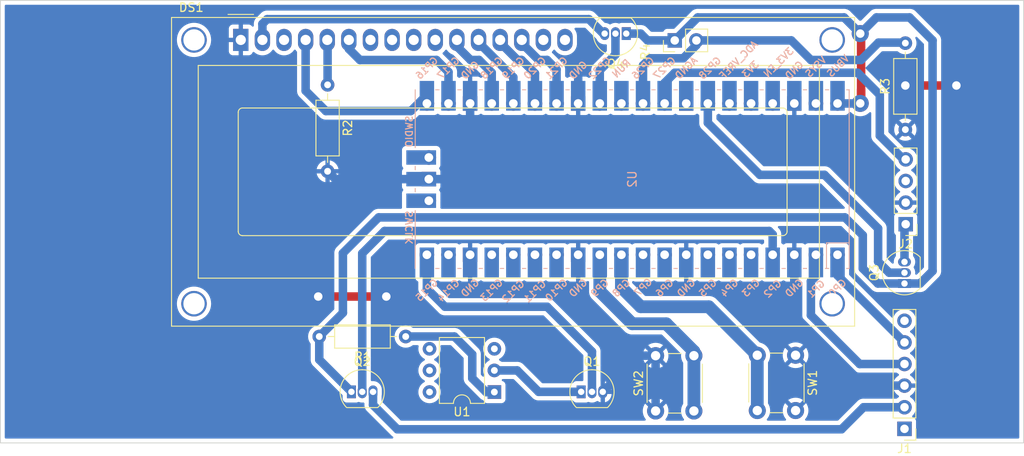
<source format=kicad_pcb>
(kicad_pcb (version 20211014) (generator pcbnew)
  (layers (0 "F.Cu" signal) (31 "B.Cu" signal) (34 "B.Paste" user) (35 "F.Paste" user) (36 "B.SilkS" user "B.Silkscreen") (37 "F.SilkS" user "F.Silkscreen") (38 "B.Mask" user) (39 "F.Mask" user) (44 "Edge.Cuts" user))
  (net 0 "")
  (net 1 "Net-(DS1-Pad2)")
  (net 3 "Net-(DS1-Pad4)")
  (net 4 "Net-(DS1-Pad5)")
  (net 5 "Net-(DS1-Pad6)")
  (net 10 "Net-(DS1-Pad11)")
  (net 11 "Net-(DS1-Pad12)")
  (net 12 "Net-(DS1-Pad13)")
  (net 13 "Net-(DS1-Pad14)")
  (net 17 "Net-(J1-Pad2)")
  (net 18 "Net-(J1-Pad4)")
  (net 19 "Net-(J1-Pad5)")
  (net 21 "Net-(J2-Pad1)")
  (net 23 "Net-(J2-Pad4)")
  (net 24 "Net-(Q1-Pad1)")
  (net 25 "Net-(Q1-Pad2)")
  (net 26 "+5V")
  (net 27 "Net-(Q2-Pad2)")
  (net 28 "Net-(Q3-Pad2)")
  (net 29 "Net-(Q4-Pad2)")
  (net 30 "Net-(R1-Pad1)")
  (net 31 "Net-(R3-Pad2)")
  (net 32 "Net-(SW1-Pad2)")
  (net 33 "Net-(SW2-Pad2)")
  (net 56 "GND")
  (footprint "Connector_PinHeader_2.54mm:PinHeader_1x06_P2.54mm_Vertical" (layer "F.Cu") (at 260 98.35 180)
    (fp_text reference "J1" (at 0 -2.33) (layer "F.SilkS"))
    (fp_text value "Conn_01x06")
    (fp_line (start -1.33 1.27) (end -1.33 14.03) (layer "F.SilkS") (width 0.12))
    (fp_line (start -1.33 -1.33) (end 0 -1.33) (layer "F.SilkS") (width 0.12))
    (fp_line (start -1.33 14.03) (end 1.33 14.03) (layer "F.SilkS") (width 0.12))
    (fp_line (start -1.33 1.27) (end 1.33 1.27) (layer "F.SilkS") (width 0.12))
    (fp_line (start 1.33 1.27) (end 1.33 14.03) (layer "F.SilkS") (width 0.12))
    (fp_line (start -1.33 0) (end -1.33 -1.33) (layer "F.SilkS") (width 0.12))
    (pad "1" thru_hole rect (at 0 0 180) (size 1.7 1.7) (drill 1) (layers *.Cu *.Mask))
    (pad "2" thru_hole oval (at 0 2.54 180) (size 1.7 1.7) (drill 1) (layers *.Cu *.Mask) (net 17 "Net-(J1-Pad2)"))
    (pad "3" thru_hole oval (at 0 5.08 180) (size 1.7 1.7) (drill 1) (layers *.Cu *.Mask) (net 56 "GND"))
    (pad "4" thru_hole oval (at 0 7.62 180) (size 1.7 1.7) (drill 1) (layers *.Cu *.Mask) (net 18 "Net-(J1-Pad4)"))
    (pad "5" thru_hole oval (at 0 10.16 180) (size 1.7 1.7) (drill 1) (layers *.Cu *.Mask) (net 19 "Net-(J1-Pad5)"))
    (pad "6" thru_hole oval (at 0 12.7 180) (size 1.7 1.7) (drill 1) (layers *.Cu *.Mask))
  )
  (footprint "Package_DIP:DIP-6_W7.62mm" (layer "F.Cu") (at 211.8 94.025 180)
    (fp_text reference "U1" (at 3.81 -2.33) (layer "F.SilkS"))
    (fp_text value "4N25")
    (fp_line (start 6.46 -1.33) (end 4.81 -1.33) (layer "F.SilkS") (width 0.12))
    (fp_line (start 1.16 6.41) (end 6.46 6.41) (layer "F.SilkS") (width 0.12))
    (fp_line (start 6.46 6.41) (end 6.46 -1.33) (layer "F.SilkS") (width 0.12))
    (fp_line (start 1.16 -1.33) (end 1.16 6.41) (layer "F.SilkS") (width 0.12))
    (fp_line (start 2.81 -1.33) (end 1.16 -1.33) (layer "F.SilkS") (width 0.12))
    (fp_arc (start 4.81 -1.33) (mid 3.81 -0.33) (end 2.81 -1.33) (layer "F.SilkS") (width 0.12))
    (pad "1" thru_hole rect (at 0 0 180) (size 1.6 1.6) (drill 0.8) (layers *.Cu *.Mask) (net 30 "Net-(R1-Pad1)"))
    (pad "2" thru_hole oval (at 0 2.54 180) (size 1.6 1.6) (drill 0.8) (layers *.Cu *.Mask) (net 24 "Net-(Q1-Pad1)"))
    (pad "3" thru_hole oval (at 0 5.08 180) (size 1.6 1.6) (drill 0.8) (layers *.Cu *.Mask))
    (pad "4" thru_hole oval (at 7.62 5.08 180) (size 1.6 1.6) (drill 0.8) (layers *.Cu *.Mask))
    (pad "5" thru_hole oval (at 7.62 2.54 180) (size 1.6 1.6) (drill 0.8) (layers *.Cu *.Mask))
    (pad "6" thru_hole oval (at 7.62 0 180) (size 1.6 1.6) (drill 0.8) (layers *.Cu *.Mask))
  )
  (footprint "Package_TO_SOT_THT:TO-92_Inline" (layer "F.Cu") (at 195 94)
    (fp_text reference "Q2" (at 1.27 -3.56) (layer "F.SilkS"))
    (fp_text value "BC547")
    (fp_line (start -0.53 1.85) (end 3.07 1.85) (layer "F.SilkS") (width 0.12))
    (fp_arc (start -0.568478 1.838478) (mid -1.132087 -0.994977) (end 1.27 -2.6) (layer "F.SilkS") (width 0.12))
    (fp_arc (start 1.27 -2.6) (mid 3.672087 -0.994977) (end 3.108478 1.838478) (layer "F.SilkS") (width 0.12))
    (pad "1" thru_hole rect (at 0 0) (size 1.05 1.5) (drill 0.75) (layers *.Cu *.Mask) (net 26 "+5V"))
    (pad "2" thru_hole oval (at 1.27 0) (size 1.05 1.5) (drill 0.75) (layers *.Cu *.Mask) (net 27 "Net-(Q2-Pad2)"))
    (pad "3" thru_hole oval (at 2.54 0) (size 1.05 1.5) (drill 0.75) (layers *.Cu *.Mask) (net 17 "Net-(J1-Pad2)"))
  )
  (footprint "Connector_PinHeader_2.54mm:PinHeader_1x02_P2.54mm_Vertical" (layer "F.Cu") (at 233 52.7 90)
    (fp_text reference "R4" (at -1.34 -3.46 90) (layer "F.SilkS"))
    (fp_text value "R_Photo")
    (fp_line (start -1.33 1.27) (end 1.33 1.27) (layer "F.SilkS") (width 0.12))
    (fp_line (start -1.33 -1.33) (end 0 -1.33) (layer "F.SilkS") (width 0.12))
    (fp_line (start -1.33 0) (end -1.33 -1.33) (layer "F.SilkS") (width 0.12))
    (fp_line (start -1.33 1.27) (end -1.33 3.87) (layer "F.SilkS") (width 0.12))
    (fp_line (start 1.33 1.27) (end 1.33 3.87) (layer "F.SilkS") (width 0.12))
    (fp_line (start -1.33 3.87) (end 1.33 3.87) (layer "F.SilkS") (width 0.12))
    (pad "1" thru_hole rect (at 0 0 90) (size 1.7 1.7) (drill 1) (layers *.Cu *.Mask) (net 26 "+5V"))
    (pad "2" thru_hole oval (at 0 2.54 90) (size 1.7 1.7) (drill 1) (layers *.Cu *.Mask) (net 31 "Net-(R3-Pad2)"))
  )
  (footprint "Package_TO_SOT_THT:TO-92_Inline" (layer "F.Cu") (at 222 94)
    (fp_text reference "Q1" (at 1.27 -3.56) (layer "F.SilkS"))
    (fp_text value "BC547")
    (fp_line (start -0.53 1.85) (end 3.07 1.85) (layer "F.SilkS") (width 0.12))
    (fp_arc (start 1.27 -2.6) (mid 3.672087 -0.994977) (end 3.108478 1.838478) (layer "F.SilkS") (width 0.12))
    (fp_arc (start -0.568478 1.838478) (mid -1.132087 -0.994977) (end 1.27 -2.6) (layer "F.SilkS") (width 0.12))
    (pad "1" thru_hole rect (at 0 0) (size 1.05 1.5) (drill 0.75) (layers *.Cu *.Mask) (net 24 "Net-(Q1-Pad1)"))
    (pad "2" thru_hole oval (at 1.27 0) (size 1.05 1.5) (drill 0.75) (layers *.Cu *.Mask) (net 25 "Net-(Q1-Pad2)"))
    (pad "3" thru_hole oval (at 2.54 0) (size 1.05 1.5) (drill 0.75) (layers *.Cu *.Mask) (net 56 "GND"))
  )
  (footprint "Package_TO_SOT_THT:TO-92_Inline" (layer "F.Cu") (at 227.3 51.9 180)
    (fp_text reference "Q4" (at 1.27 -3.56) (layer "F.SilkS"))
    (fp_text value "BC547")
    (fp_line (start -0.53 1.85) (end 3.07 1.85) (layer "F.SilkS") (width 0.12))
    (fp_arc (start 1.27 -2.6) (mid 3.672087 -0.994977) (end 3.108478 1.838478) (layer "F.SilkS") (width 0.12))
    (fp_arc (start -0.568478 1.838478) (mid -1.132087 -0.994977) (end 1.27 -2.6) (layer "F.SilkS") (width 0.12))
    (pad "1" thru_hole rect (at 0 0 180) (size 1.05 1.5) (drill 0.75) (layers *.Cu *.Mask) (net 26 "+5V"))
    (pad "2" thru_hole oval (at 1.27 0 180) (size 1.05 1.5) (drill 0.75) (layers *.Cu *.Mask) (net 29 "Net-(Q4-Pad2)"))
    (pad "3" thru_hole oval (at 2.54 0 180) (size 1.05 1.5) (drill 0.75) (layers *.Cu *.Mask) (net 1 "Net-(DS1-Pad2)"))
  )
  (footprint "Button_Switch_THT:SW_PUSH_6mm_H5mm" (layer "F.Cu") (at 230.75 96.25 90)
    (fp_text reference "SW2" (at 3.25 -2 90) (layer "F.SilkS"))
    (fp_text value "SW_DIP_x01")
    (fp_line (start 6.75 3) (end 6.75 1.5) (layer "F.SilkS") (width 0.12))
    (fp_line (start 1 5.5) (end 5.5 5.5) (layer "F.SilkS") (width 0.12))
    (fp_line (start -0.25 1.5) (end -0.25 3) (layer "F.SilkS") (width 0.12))
    (fp_line (start 5.5 -1) (end 1 -1) (layer "F.SilkS") (width 0.12))
    (pad "1" thru_hole circle (at 0 0 180) (size 2 2) (drill 1.1) (layers *.Cu *.Mask) (net 56 "GND"))
    (pad "1" thru_hole circle (at 6.5 0 180) (size 2 2) (drill 1.1) (layers *.Cu *.Mask) (net 56 "GND"))
    (pad "2" thru_hole circle (at 0 4.5 180) (size 2 2) (drill 1.1) (layers *.Cu *.Mask) (net 33 "Net-(SW2-Pad2)"))
    (pad "2" thru_hole circle (at 6.5 4.5 180) (size 2 2) (drill 1.1) (layers *.Cu *.Mask) (net 33 "Net-(SW2-Pad2)"))
  )
  (footprint "Resistor_THT:R_Axial_DIN0207_L6.3mm_D2.5mm_P10.16mm_Horizontal" (layer "F.Cu") (at 260.1 63.18 90)
    (fp_text reference "R3" (at 5.08 -2.37 90) (layer "F.SilkS"))
    (fp_text value "R")
    (fp_line (start 9.12 0) (end 8.35 0) (layer "F.SilkS") (width 0.12))
    (fp_line (start 1.04 0) (end 1.81 0) (layer "F.SilkS") (width 0.12))
    (fp_line (start 8.35 -1.37) (end 1.81 -1.37) (layer "F.SilkS") (width 0.12))
    (fp_line (start 1.81 1.37) (end 8.35 1.37) (layer "F.SilkS") (width 0.12))
    (fp_line (start 1.81 -1.37) (end 1.81 1.37) (layer "F.SilkS") (width 0.12))
    (fp_line (start 8.35 1.37) (end 8.35 -1.37) (layer "F.SilkS") (width 0.12))
    (pad "1" thru_hole circle (at 0 0 90) (size 1.6 1.6) (drill 0.8) (layers *.Cu *.Mask) (net 56 "GND"))
    (pad "2" thru_hole oval (at 10.16 0 90) (size 1.6 1.6) (drill 0.8) (layers *.Cu *.Mask) (net 31 "Net-(R3-Pad2)"))
  )
  (footprint "Button_Switch_THT:SW_PUSH_6mm_H5mm" (layer "F.Cu") (at 247.2 89.7 -90)
    (fp_text reference "SW1" (at 3.25 -2 90) (layer "F.SilkS"))
    (fp_text value "SW_DIP_x01")
    (fp_line (start -0.25 1.5) (end -0.25 3) (layer "F.SilkS") (width 0.12))
    (fp_line (start 6.75 3) (end 6.75 1.5) (layer "F.SilkS") (width 0.12))
    (fp_line (start 1 5.5) (end 5.5 5.5) (layer "F.SilkS") (width 0.12))
    (fp_line (start 5.5 -1) (end 1 -1) (layer "F.SilkS") (width 0.12))
    (pad "1" thru_hole circle (at 0 0) (size 2 2) (drill 1.1) (layers *.Cu *.Mask) (net 56 "GND"))
    (pad "1" thru_hole circle (at 6.5 0) (size 2 2) (drill 1.1) (layers *.Cu *.Mask) (net 56 "GND"))
    (pad "2" thru_hole circle (at 0 4.5) (size 2 2) (drill 1.1) (layers *.Cu *.Mask) (net 32 "Net-(SW1-Pad2)"))
    (pad "2" thru_hole circle (at 6.5 4.5) (size 2 2) (drill 1.1) (layers *.Cu *.Mask) (net 32 "Net-(SW1-Pad2)"))
  )
  (footprint "Resistor_THT:R_Axial_DIN0207_L6.3mm_D2.5mm_P10.16mm_Horizontal" (layer "F.Cu") (at 201.38 87.5 180)
    (fp_text reference "R1" (at 5.08 -2.37) (layer "F.SilkS"))
    (fp_text value "R")
    (fp_line (start 1.81 -1.37) (end 1.81 1.37) (layer "F.SilkS") (width 0.12))
    (fp_line (start 8.35 1.37) (end 8.35 -1.37) (layer "F.SilkS") (width 0.12))
    (fp_line (start 1.81 1.37) (end 8.35 1.37) (layer "F.SilkS") (width 0.12))
    (fp_line (start 1.04 0) (end 1.81 0) (layer "F.SilkS") (width 0.12))
    (fp_line (start 9.12 0) (end 8.35 0) (layer "F.SilkS") (width 0.12))
    (fp_line (start 8.35 -1.37) (end 1.81 -1.37) (layer "F.SilkS") (width 0.12))
    (pad "1" thru_hole circle (at 0 0 180) (size 1.6 1.6) (drill 0.8) (layers *.Cu *.Mask) (net 30 "Net-(R1-Pad1)"))
    (pad "2" thru_hole oval (at 10.16 0 180) (size 1.6 1.6) (drill 0.8) (layers *.Cu *.Mask) (net 26 "+5V"))
  )
  (footprint "Resistor_THT:R_Axial_DIN0207_L6.3mm_D2.5mm_P10.16mm_Horizontal" (layer "F.Cu") (at 192.2 57.92 -90)
    (fp_text reference "R2" (at 5.08 -2.37 90) (layer "F.SilkS"))
    (fp_text value "R")
    (fp_line (start 8.35 -1.37) (end 1.81 -1.37) (layer "F.SilkS") (width 0.12))
    (fp_line (start 9.12 0) (end 8.35 0) (layer "F.SilkS") (width 0.12))
    (fp_line (start 1.04 0) (end 1.81 0) (layer "F.SilkS") (width 0.12))
    (fp_line (start 1.81 -1.37) (end 1.81 1.37) (layer "F.SilkS") (width 0.12))
    (fp_line (start 1.81 1.37) (end 8.35 1.37) (layer "F.SilkS") (width 0.12))
    (fp_line (start 8.35 1.37) (end 8.35 -1.37) (layer "F.SilkS") (width 0.12))
    (pad "1" thru_hole circle (at 0 0 270) (size 1.6 1.6) (drill 0.8) (layers *.Cu *.Mask) (net 4 "Net-(DS1-Pad5)"))
    (pad "2" thru_hole oval (at 10.16 0 270) (size 1.6 1.6) (drill 0.8) (layers *.Cu *.Mask) (net 56 "GND"))
  )
  (footprint "Display:WC1602A" (layer "F.Cu") (at 182 52.6425)
    (fp_text reference "DS1" (at -5.82 -3.81) (layer "F.SilkS"))
    (fp_text value "WC1602A")
    (fp_line (start -8.14 33.64) (end 72.14 33.64) (layer "F.SilkS") (width 0.12))
    (fp_line (start -8.13 -2.64) (end -7.34 -2.64) (layer "F.SilkS") (width 0.12))
    (fp_line (start 63.70066 23) (end 0.2 23) (layer "F.SilkS") (width 0.12))
    (fp_line (start 68 3) (end 68 28) (layer "F.SilkS") (width 0.12))
    (fp_line (start -5 28) (end -5 3) (layer "F.SilkS") (width 0.12))
    (fp_line (start 68 28) (end -5 28) (layer "F.SilkS") (width 0.12))
    (fp_line (start -0.29972 22.49932) (end -0.29972 8.5) (layer "F.SilkS") (width 0.12))
    (fp_line (start -1.5 -3) (end 1.5 -3) (layer "F.SilkS") (width 0.12))
    (fp_line (start 0.2 8) (end 63.7 8) (layer "F.SilkS") (width 0.12))
    (fp_line (start 72.14 -2.64) (end -7.34 -2.64) (layer "F.SilkS") (width 0.12))
    (fp_line (start 64.2 8.5) (end 64.2 22.5) (layer "F.SilkS") (width 0.12))
    (fp_line (start -5 3) (end 68 3) (layer "F.SilkS") (width 0.12))
    (fp_line (start -8.14 -2.64) (end -8.14 33.64) (layer "F.SilkS") (width 0.12))
    (fp_line (start 72.14 33.64) (end 72.14 -2.64) (layer "F.SilkS") (width 0.12))
    (fp_arc (start -0.29972 8.49884) (mid -0.153162 8.145018) (end 0.20066 7.99846) (layer "F.SilkS") (width 0.12))
    (fp_arc (start 0.20066 22.9997) (mid -0.153162 22.853142) (end -0.29972 22.49932) (layer "F.SilkS") (width 0.12))
    (fp_arc (start 63.7 8) (mid 64.053553 8.146447) (end 64.2 8.5) (layer "F.SilkS") (width 0.12))
    (fp_arc (start 64.20104 22.49932) (mid 64.054473 22.853115) (end 63.70066 22.9997) (layer "F.SilkS") (width 0.12))
    (pad "" thru_hole circle (at 69.49948 31.0007) (size 3 3) (drill 2.5) (layers *.Cu *.Mask))
    (pad "" thru_hole circle (at -5.4991 31.0007) (size 3 3) (drill 2.5) (layers *.Cu *.Mask))
    (pad "" thru_hole circle (at 69.5 0) (size 3 3) (drill 2.5) (layers *.Cu *.Mask))
    (pad "" thru_hole circle (at -5.4991 0) (size 3 3) (drill 2.5) (layers *.Cu *.Mask))
    (pad "1" thru_hole rect (at 0 0) (size 1.8 2.6) (drill 1.2) (layers *.Cu *.Mask) (net 56 "GND"))
    (pad "2" thru_hole oval (at 2.54 0) (size 1.8 2.6) (drill 1.2) (layers *.Cu *.Mask) (net 1 "Net-(DS1-Pad2)"))
    (pad "3" thru_hole oval (at 5.08 0) (size 1.8 2.6) (drill 1.2) (layers *.Cu *.Mask))
    (pad "4" thru_hole oval (at 7.62 0) (size 1.8 2.6) (drill 1.2) (layers *.Cu *.Mask) (net 3 "Net-(DS1-Pad4)"))
    (pad "5" thru_hole oval (at 10.16 0) (size 1.8 2.6) (drill 1.2) (layers *.Cu *.Mask) (net 4 "Net-(DS1-Pad5)"))
    (pad "6" thru_hole oval (at 12.7 0) (size 1.8 2.6) (drill 1.2) (layers *.Cu *.Mask) (net 5 "Net-(DS1-Pad6)"))
    (pad "7" thru_hole oval (at 15.24 0) (size 1.8 2.6) (drill 1.2) (layers *.Cu *.Mask))
    (pad "8" thru_hole oval (at 17.78 0) (size 1.8 2.6) (drill 1.2) (layers *.Cu *.Mask))
    (pad "9" thru_hole oval (at 20.32 0) (size 1.8 2.6) (drill 1.2) (layers *.Cu *.Mask))
    (pad "10" thru_hole oval (at 22.86 0) (size 1.8 2.6) (drill 1.2) (layers *.Cu *.Mask))
    (pad "11" thru_hole oval (at 25.4 0) (size 1.8 2.6) (drill 1.2) (layers *.Cu *.Mask) (net 10 "Net-(DS1-Pad11)"))
    (pad "12" thru_hole oval (at 27.94 0) (size 1.8 2.6) (drill 1.2) (layers *.Cu *.Mask) (net 11 "Net-(DS1-Pad12)"))
    (pad "13" thru_hole oval (at 30.48 0) (size 1.8 2.6) (drill 1.2) (layers *.Cu *.Mask) (net 12 "Net-(DS1-Pad13)"))
    (pad "14" thru_hole oval (at 33.02 0) (size 1.8 2.6) (drill 1.2) (layers *.Cu *.Mask) (net 13 "Net-(DS1-Pad14)"))
    (pad "15" thru_hole oval (at 35.56 0) (size 1.8 2.6) (drill 1.2) (layers *.Cu *.Mask))
    (pad "16" thru_hole oval (at 38.1 0) (size 1.8 2.6) (drill 1.2) (layers *.Cu *.Mask))
  )
  (footprint "Connector_PinHeader_2.54mm:PinHeader_1x04_P2.54mm_Vertical" (layer "F.Cu") (at 260.14 74.3 180)
    (fp_text reference "J2" (at 0 -2.33) (layer "F.SilkS"))
    (fp_text value "Conn_01x04")
    (fp_line (start 1.33 1.27) (end 1.33 8.95) (layer "F.SilkS") (width 0.12))
    (fp_line (start -1.33 0) (end -1.33 -1.33) (layer "F.SilkS") (width 0.12))
    (fp_line (start -1.33 8.95) (end 1.33 8.95) (layer "F.SilkS") (width 0.12))
    (fp_line (start -1.33 1.27) (end -1.33 8.95) (layer "F.SilkS") (width 0.12))
    (fp_line (start -1.33 -1.33) (end 0 -1.33) (layer "F.SilkS") (width 0.12))
    (fp_line (start -1.33 1.27) (end 1.33 1.27) (layer "F.SilkS") (width 0.12))
    (pad "1" thru_hole rect (at 0 0 180) (size 1.7 1.7) (drill 1) (layers *.Cu *.Mask) (net 21 "Net-(J2-Pad1)"))
    (pad "2" thru_hole oval (at 0 2.54 180) (size 1.7 1.7) (drill 1) (layers *.Cu *.Mask) (net 56 "GND"))
    (pad "3" thru_hole oval (at 0 5.08 180) (size 1.7 1.7) (drill 1) (layers *.Cu *.Mask))
    (pad "4" thru_hole oval (at 0 7.62 180) (size 1.7 1.7) (drill 1) (layers *.Cu *.Mask) (net 23 "Net-(J2-Pad4)"))
  )
  (footprint "Package_TO_SOT_THT:TO-92_Inline" (layer "F.Cu") (at 260 81.27 90)
    (fp_text reference "Q3" (at 1.27 -3.56 90) (layer "F.SilkS"))
    (fp_text value "BC547")
    (fp_line (start -0.53 1.85) (end 3.07 1.85) (layer "F.SilkS") (width 0.12))
    (fp_arc (start 1.27 -2.6) (mid 3.672087 -0.994977) (end 3.108478 1.838478) (layer "F.SilkS") (width 0.12))
    (fp_arc (start -0.568478 1.838478) (mid -1.132087 -0.994977) (end 1.27 -2.6) (layer "F.SilkS") (width 0.12))
    (pad "1" thru_hole rect (at 0 0 90) (size 1.05 1.5) (drill 0.75) (layers *.Cu *.Mask) (net 26 "+5V"))
    (pad "2" thru_hole oval (at 1.27 0 90) (size 1.05 1.5) (drill 0.75) (layers *.Cu *.Mask) (net 28 "Net-(Q3-Pad2)"))
    (pad "3" thru_hole oval (at 2.54 0 90) (size 1.05 1.5) (drill 0.75) (layers *.Cu *.Mask) (net 21 "Net-(J2-Pad1)"))
  )
  (footprint "Librerias kicad:RPi_Pico_SMD_TH" (layer "B.Cu") (at 228 69 90)
    (fp_text reference "U2" (at 0 0 90) (layer "B.SilkS") (effects (justify mirror)))
    (fp_text value "Pico")
    (fp_text user "GND" (at -12.8 6.35 45) (layer "B.SilkS") (effects (font (size 0.8 0.8)) (justify mirror)))
    (fp_text user "GP15" (at -13.054 -24.13 45) (layer "B.SilkS") (effects (font (size 0.8 0.8)) (justify mirror)))
    (fp_text user "GP28" (at 13.054 9.144 45) (layer "B.SilkS") (effects (font (size 0.8 0.8)) (justify mirror)))
    (fp_text user "GP2" (at -12.9 16.51 45) (layer "B.SilkS") (effects (font (size 0.8 0.8)) (justify mirror)))
    (fp_text user "GP6" (at -12.8 3.81 45) (layer "B.SilkS") (effects (font (size 0.8 0.8)) (justify mirror)))
    (fp_text user "GP11" (at -13.2 -11.43 45) (layer "B.SilkS") (effects (font (size 0.8 0.8)) (justify mirror)))
    (fp_text user "3V3_EN" (at 13.7 17.2 45) (layer "B.SilkS") (effects (font (size 0.8 0.8)) (justify mirror)))
    (fp_text user "GND" (at 12.8 19.05 45) (layer "B.SilkS") (effects (font (size 0.8 0.8)) (justify mirror)))
    (fp_text user "RUN" (at 13 -1.27 45) (layer "B.SilkS") (effects (font (size 0.8 0.8)) (justify mirror)))
    (fp_text user "GP26" (at 13.054 1.27 45) (layer "B.SilkS") (effects (font (size 0.8 0.8)) (justify mirror)))
    (fp_text user "GP8" (at -12.8 -1.27 45) (layer "B.SilkS") (effects (font (size 0.8 0.8)) (justify mirror)))
    (fp_text user "GP4" (at -12.8 11.43 45) (layer "B.SilkS") (effects (font (size 0.8 0.8)) (justify mirror)))
    (fp_text user "GP12" (at -13.2 -13.97 45) (layer "B.SilkS") (effects (font (size 0.8 0.8)) (justify mirror)))
    (fp_text user "GP19" (at 13.054 -13.97 45) (layer "B.SilkS") (effects (font (size 0.8 0.8)) (justify mirror)))
    (fp_text user "GP27" (at 13.054 3.8 45) (layer "B.SilkS") (effects (font (size 0.8 0.8)) (justify mirror)))
    (fp_text user "GP21" (at 13.054 -8.9 45) (layer "B.SilkS") (effects (font (size 0.8 0.8)) (justify mirror)))
    (fp_text user "GP22" (at 13.054 -3.81 45) (layer "B.SilkS") (effects (font (size 0.8 0.8)) (justify mirror)))
    (fp_text user "GP3" (at -12.8 13.97 45) (layer "B.SilkS") (effects (font (size 0.8 0.8)) (justify mirror)))
    (fp_text user "GP10" (at -13.054 -8.89 45) (layer "B.SilkS") (effects (font (size 0.8 0.8)) (justify mirror)))
    (fp_text user "AGND" (at 13.054 6.35 45) (layer "B.SilkS") (effects (font (size 0.8 0.8)) (justify mirror)))
    (fp_text user "ADC_VREF" (at 14 12.5 45) (layer "B.SilkS") (effects (font (size 0.8 0.8)) (justify mirror)))
    (fp_text user "SWDIO" (at 5.6 -26.2 90) (layer "B.SilkS") (effects (font (size 0.8 0.8)) (justify mirror)))
    (fp_text user "GP13" (at -13.054 -16.51 45) (layer "B.SilkS") (effects (font (size 0.8 0.8)) (justify mirror)))
    (fp_text user "3V3" (at 12.9 13.9 45) (layer "B.SilkS") (effects (font (size 0.8 0.8)) (justify mirror)))
    (fp_text user "GP18" (at 13.054 -16.51 45) (layer "B.SilkS") (effects (font (size 0.8 0.8)) (justify mirror)))
    (fp_text user "GND" (at 12.8 -6.35 45) (layer "B.SilkS") (effects (font (size 0.8 0.8)) (justify mirror)))
    (fp_text user "VBUS" (at 13.3 24.2 45) (layer "B.SilkS") (effects (font (size 0.8 0.8)) (justify mirror)))
    (fp_text user "GND" (at -12.8 19.05 45) (layer "B.SilkS") (effects (font (size 0.8 0.8)) (justify mirror)))
    (fp_text user "GND" (at 12.8 -19.05 45) (layer "B.SilkS") (effects (font (size 0.8 0.8)) (justify mirror)))
    (fp_text user "SWCLK" (at -5.7 -26.2 90) (layer "B.SilkS") (effects (font (size 0.8 0.8)) (justify mirror)))
    (fp_text user "GP7" (at -12.7 1.3 45) (layer "B.SilkS") (effects (font (size 0.8 0.8)) (justify mirror)))
    (fp_text user "GP1" (at -12.9 21.6 45) (layer "B.SilkS") (effects (font (size 0.8 0.8)) (justify mirror)))
    (fp_text user "GP20" (at 13.054 -11.43 45) (layer "B.SilkS") (effects (font (size 0.8 0.8)) (justify mirror)))
    (fp_text user "GP0" (at -12.8 24.13 45) (layer "B.SilkS") (effects (font (size 0.8 0.8)) (justify mirror)))
    (fp_text user "GND" (at -12.8 -6.35 45) (layer "B.SilkS") (effects (font (size 0.8 0.8)) (justify mirror)))
    (fp_text user "GP9" (at -12.8 -3.81 45) (layer "B.SilkS") (effects (font (size 0.8 0.8)) (justify mirror)))
    (fp_text user "GND" (at -12.8 -19.05 45) (layer "B.SilkS") (effects (font (size 0.8 0.8)) (justify mirror)))
    (fp_text user "GP16" (at 13.054 -24.13 45) (layer "B.SilkS") (effects (font (size 0.8 0.8)) (justify mirror)))
    (fp_text user "VSYS" (at 13.2 21.59 45) (layer "B.SilkS") (effects (font (size 0.8 0.8)) (justify mirror)))
    (fp_text user "GP5" (at -12.8 8.89 45) (layer "B.SilkS") (effects (font (size 0.8 0.8)) (justify mirror)))
    (fp_text user "GP14" (at -13.1 -21.59 45) (layer "B.SilkS") (effects (font (size 0.8 0.8)) (justify mirror)))
    (fp_text user "GP17" (at 13.054 -21.59 45) (layer "B.SilkS") (effects (font (size 0.8 0.8)) (justify mirror)))
    (fp_line (start -10.5 20.5) (end -10.5 20.1) (layer "B.SilkS") (width 0.12))
    (fp_line (start -3.7 -25.5) (end -10.5 -25.5) (layer "B.SilkS") (width 0.12))
    (fp_line (start -10.5 -2.3) (end -10.5 -2.7) (layer "B.SilkS") (width 0.12))
    (fp_line (start 10.5 7.8) (end 10.5 7.4) (layer "B.SilkS") (width 0.12))
    (fp_line (start -10.5 25.5) (end 10.5 25.5) (layer "B.SilkS") (width 0.12))
    (fp_line (start -10.5 -7.4) (end -10.5 -7.8) (layer "B.SilkS") (width 0.12))
    (fp_line (start -10.5 -10) (end -10.5 -10.4) (layer "B.SilkS") (width 0.12))
    (fp_line (start -10.5 0.2) (end -10.5 -0.2) (layer "B.SilkS") (width 0.12))
    (fp_line (start -7.493 22.833) (end -7.493 25.5) (layer "B.SilkS") (width 0.12))
    (fp_line (start 10.5 23.1) (end 10.5 22.7) (layer "B.SilkS") (width 0.12))
    (fp_line (start 10.5 -25.5) (end 3.7 -25.5) (layer "B.SilkS") (width 0.12))
    (fp_line (start -10.5 15.4) (end -10.5 15) (layer "B.SilkS") (width 0.12))
    (fp_line (start -10.5 -15.1) (end -10.5 -15.5) (layer "B.SilkS") (width 0.12))
    (fp_line (start 10.5 20.5) (end 10.5 20.1) (layer "B.SilkS") (width 0.12))
    (fp_line (start -10.5 -12.5) (end -10.5 -12.9) (layer "B.SilkS") (width 0.12))
    (fp_line (start 10.5 10.4) (end 10.5 10) (layer "B.SilkS") (width 0.12))
    (fp_line (start -10.5 18) (end -10.5 17.6) (layer "B.SilkS") (width 0.12))
    (fp_line (start 10.5 18) (end 10.5 17.6) (layer "B.SilkS") (width 0.12))
    (fp_line (start 10.5 -10) (end 10.5 -10.4) (layer "B.SilkS") (width 0.12))
    (fp_line (start -10.5 5.3) (end -10.5 4.9) (layer "B.SilkS") (width 0.12))
    (fp_line (start 10.5 0.2) (end 10.5 -0.2) (layer "B.SilkS") (width 0.12))
    (fp_line (start -10.5 -4.9) (end -10.5 -5.3) (layer "B.SilkS") (width 0.12))
    (fp_line (start 10.5 25.5) (end 10.5 25.2) (layer "B.SilkS") (width 0.12))
    (fp_line (start -10.5 -20.1) (end -10.5 -20.5) (layer "B.SilkS") (width 0.12))
    (fp_line (start 10.5 -15.1) (end 10.5 -15.5) (layer "B.SilkS") (width 0.12))
    (fp_line (start 10.5 -22.7) (end 10.5 -23.1) (layer "B.SilkS") (width 0.12))
    (fp_line (start 10.5 -12.5) (end 10.5 -12.9) (layer "B.SilkS") (width 0.12))
    (fp_line (start -10.5 -22.7) (end -10.5 -23.1) (layer "B.SilkS") (width 0.12))
    (fp_line (start 10.5 2.7) (end 10.5 2.3) (layer "B.SilkS") (width 0.12))
    (fp_line (start -10.5 2.7) (end -10.5 2.3) (layer "B.SilkS") (width 0.12))
    (fp_line (start -10.5 10.4) (end -10.5 10) (layer "B.SilkS") (width 0.12))
    (fp_line (start 10.5 -17.6) (end 10.5 -18) (layer "B.SilkS") (width 0.12))
    (fp_line (start -10.5 -17.6) (end -10.5 -18) (layer "B.SilkS") (width 0.12))
    (fp_line (start 10.5 -4.9) (end 10.5 -5.3) (layer "B.SilkS") (width 0.12))
    (fp_line (start 10.5 -7.4) (end 10.5 -7.8) (layer "B.SilkS") (width 0.12))
    (fp_line (start 10.5 -2.3) (end 10.5 -2.7) (layer "B.SilkS") (width 0.12))
    (fp_line (start -10.5 7.8) (end -10.5 7.4) (layer "B.SilkS") (width 0.12))
    (fp_line (start 10.5 12.9) (end 10.5 12.5) (layer "B.SilkS") (width 0.12))
    (fp_line (start -10.5 12.9) (end -10.5 12.5) (layer "B.SilkS") (width 0.12))
    (fp_line (start 10.5 5.3) (end 10.5 4.9) (layer "B.SilkS") (width 0.12))
    (fp_line (start 10.5 15.4) (end 10.5 15) (layer "B.SilkS") (width 0.12))
    (fp_line (start 10.5 -20.1) (end 10.5 -20.5) (layer "B.SilkS") (width 0.12))
    (fp_line (start -10.5 23.1) (end -10.5 22.7) (layer "B.SilkS") (width 0.12))
    (fp_line (start 1.1 -25.5) (end 1.5 -25.5) (layer "B.SilkS") (width 0.12))
    (fp_line (start -10.5 22.833) (end -7.493 22.833) (layer "B.SilkS") (width 0.12))
    (fp_line (start -1.5 -25.5) (end -1.1 -25.5) (layer "B.SilkS") (width 0.12))
    (fp_line (start -10.5 25.5) (end -10.5 25.2) (layer "B.SilkS") (width 0.12))
    (pad "1" thru_hole oval (at -8.89 24.13 90) (size 1.7 1.7) (drill 1.02) (layers *.Cu *.Mask) (net 19 "Net-(J1-Pad5)"))
    (pad "1" smd rect (at -8.89 24.13 90) (size 3.5 1.7) (drill (offset -0.9 0)) (layers "B.Cu" "B.Mask") (net 19 "Net-(J1-Pad5)"))
    (pad "2" thru_hole oval (at -8.89 21.59 90) (size 1.7 1.7) (drill 1.02) (layers *.Cu *.Mask) (net 18 "Net-(J1-Pad4)"))
    (pad "2" smd rect (at -8.89 21.59 90) (size 3.5 1.7) (drill (offset -0.9 0)) (layers "B.Cu" "B.Mask") (net 18 "Net-(J1-Pad4)"))
    (pad "3" thru_hole rect (at -8.89 19.05 90) (size 1.7 1.7) (drill 1.02) (layers *.Cu *.Mask) (net 56 "GND"))
    (pad "3" smd rect (at -8.89 19.05 90) (size 3.5 1.7) (drill (offset -0.9 0)) (layers "B.Cu" "B.Mask") (net 56 "GND"))
    (pad "4" thru_hole oval (at -8.89 16.51 90) (size 1.7 1.7) (drill 1.02) (layers *.Cu *.Mask) (net 27 "Net-(Q2-Pad2)"))
    (pad "4" smd rect (at -8.89 16.51 90) (size 3.5 1.7) (drill (offset -0.9 0)) (layers "B.Cu" "B.Mask") (net 27 "Net-(Q2-Pad2)"))
    (pad "5" smd rect (at -8.89 13.97 90) (size 3.5 1.7) (drill (offset -0.9 0)) (layers "B.Cu" "B.Mask"))
    (pad "5" thru_hole oval (at -8.89 13.97 90) (size 1.7 1.7) (drill 1.02) (layers *.Cu *.Mask))
    (pad "6" smd rect (at -8.89 11.43 90) (size 3.5 1.7) (drill (offset -0.9 0)) (layers "B.Cu" "B.Mask"))
    (pad "6" thru_hole oval (at -8.89 11.43 90) (size 1.7 1.7) (drill 1.02) (layers *.Cu *.Mask))
    (pad "7" smd rect (at -8.89 8.89 90) (size 3.5 1.7) (drill (offset -0.9 0)) (layers "B.Cu" "B.Mask"))
    (pad "7" thru_hole oval (at -8.89 8.89 90) (size 1.7 1.7) (drill 1.02) (layers *.Cu *.Mask))
    (pad "8" smd rect (at -8.89 6.35 90) (size 3.5 1.7) (drill (offset -0.9 0)) (layers "B.Cu" "B.Mask") (net 56 "GND"))
    (pad "8" thru_hole rect (at -8.89 6.35 90) (size 1.7 1.7) (drill 1.02) (layers *.Cu *.Mask) (net 56 "GND"))
    (pad "9" thru_hole oval (at -8.89 3.81 90) (size 1.7 1.7) (drill 1.02) (layers *.Cu *.Mask))
    (pad "9" smd rect (at -8.89 3.81 90) (size 3.5 1.7) (drill (offset -0.9 0)) (layers "B.Cu" "B.Mask"))
    (pad "10" smd rect (at -8.89 1.27 90) (size 3.5 1.7) (drill (offset -0.9 0)) (layers "B.Cu" "B.Mask"))
    (pad "10" thru_hole oval (at -8.89 1.27 90) (size 1.7 1.7) (drill 1.02) (layers *.Cu *.Mask))
    (pad "11" thru_hole oval (at -8.89 -1.27 90) (size 1.7 1.7) (drill 1.02) (layers *.Cu *.Mask) (net 32 "Net-(SW1-Pad2)"))
    (pad "11" smd rect (at -8.89 -1.27 90) (size 3.5 1.7) (drill (offset -0.9 0)) (layers "B.Cu" "B.Mask") (net 32 "Net-(SW1-Pad2)"))
    (pad "12" smd rect (at -8.89 -3.81 90) (size 3.5 1.7) (drill (offset -0.9 0)) (layers "B.Cu" "B.Mask") (net 33 "Net-(SW2-Pad2)"))
    (pad "12" thru_hole oval (at -8.89 -3.81 90) (size 1.7 1.7) (drill 1.02) (layers *.Cu *.Mask) (net 33 "Net-(SW2-Pad2)"))
    (pad "13" thru_hole rect (at -8.89 -6.35 90) (size 1.7 1.7) (drill 1.02) (layers *.Cu *.Mask) (net 56 "GND"))
    (pad "13" smd rect (at -8.89 -6.35 90) (size 3.5 1.7) (drill (offset -0.9 0)) (layers "B.Cu" "B.Mask") (net 56 "GND"))
    (pad "14" thru_hole oval (at -8.89 -8.89 90) (size 1.7 1.7) (drill 1.02) (layers *.Cu *.Mask))
    (pad "14" smd rect (at -8.89 -8.89 90) (size 3.5 1.7) (drill (offset -0.9 0)) (layers "B.Cu" "B.Mask"))
    (pad "15" thru_hole oval (at -8.89 -11.43 90) (size 1.7 1.7) (drill 1.02) (layers *.Cu *.Mask))
    (pad "15" smd rect (at -8.89 -11.43 90) (size 3.5 1.7) (drill (offset -0.9 0)) (layers "B.Cu" "B.Mask"))
    (pad "16" thru_hole oval (at -8.89 -13.97 90) (size 1.7 1.7) (drill 1.02) (layers *.Cu *.Mask))
    (pad "16" smd rect (at -8.89 -13.97 90) (size 3.5 1.7) (drill (offset -0.9 0)) (layers "B.Cu" "B.Mask"))
    (pad "17" thru_hole oval (at -8.89 -16.51 90) (size 1.7 1.7) (drill 1.02) (layers *.Cu *.Mask))
    (pad "17" smd rect (at -8.89 -16.51 90) (size 3.5 1.7) (drill (offset -0.9 0)) (layers "B.Cu" "B.Mask"))
    (pad "18" smd rect (at -8.89 -19.05 90) (size 3.5 1.7) (drill (offset -0.9 0)) (layers "B.Cu" "B.Mask") (net 56 "GND"))
    (pad "18" thru_hole rect (at -8.89 -19.05 90) (size 1.7 1.7) (drill 1.02) (layers *.Cu *.Mask) (net 56 "GND"))
    (pad "19" smd rect (at -8.89 -21.59 90) (size 3.5 1.7) (drill (offset -0.9 0)) (layers "B.Cu" "B.Mask"))
    (pad "19" thru_hole oval (at -8.89 -21.59 90) (size 1.7 1.7) (drill 1.02) (layers *.Cu *.Mask))
    (pad "20" thru_hole oval (at -8.89 -24.13 90) (size 1.7 1.7) (drill 1.02) (layers *.Cu *.Mask) (net 25 "Net-(Q1-Pad2)"))
    (pad "20" smd rect (at -8.89 -24.13 90) (size 3.5 1.7) (drill (offset -0.9 0)) (layers "B.Cu" "B.Mask") (net 25 "Net-(Q1-Pad2)"))
    (pad "21" thru_hole oval (at 8.89 -24.13 90) (size 1.7 1.7) (drill 1.02) (layers *.Cu *.Mask) (net 3 "Net-(DS1-Pad4)"))
    (pad "21" smd rect (at 8.89 -24.13 90) (size 3.5 1.7) (drill (offset 0.9 0)) (layers "B.Cu" "B.Mask") (net 3 "Net-(DS1-Pad4)"))
    (pad "22" smd rect (at 8.89 -21.59 90) (size 3.5 1.7) (drill (offset 0.9 0)) (layers "B.Cu" "B.Mask") (net 5 "Net-(DS1-Pad6)"))
    (pad "22" thru_hole oval (at 8.89 -21.59 90) (size 1.7 1.7) (drill 1.02) (layers *.Cu *.Mask) (net 5 "Net-(DS1-Pad6)"))
    (pad "23" smd rect (at 8.89 -19.05 90) (size 3.5 1.7) (drill (offset 0.9 0)) (layers "B.Cu" "B.Mask") (net 56 "GND"))
    (pad "23" thru_hole rect (at 8.89 -19.05 90) (size 1.7 1.7) (drill 1.02) (layers *.Cu *.Mask) (net 56 "GND"))
    (pad "24" thru_hole oval (at 8.89 -16.51 90) (size 1.7 1.7) (drill 1.02) (layers *.Cu *.Mask) (net 10 "Net-(DS1-Pad11)"))
    (pad "24" smd rect (at 8.89 -16.51 90) (size 3.5 1.7) (drill (offset 0.9 0)) (layers "B.Cu" "B.Mask") (net 10 "Net-(DS1-Pad11)"))
    (pad "25" thru_hole oval (at 8.89 -13.97 90) (size 1.7 1.7) (drill 1.02) (layers *.Cu *.Mask) (net 11 "Net-(DS1-Pad12)"))
    (pad "25" smd rect (at 8.89 -13.97 90) (size 3.5 1.7) (drill (offset 0.9 0)) (layers "B.Cu" "B.Mask") (net 11 "Net-(DS1-Pad12)"))
    (pad "26" smd rect (at 8.89 -11.43 90) (size 3.5 1.7) (drill (offset 0.9 0)) (layers "B.Cu" "B.Mask") (net 12 "Net-(DS1-Pad13)"))
    (pad "26" thru_hole oval (at 8.89 -11.43 90) (size 1.7 1.7) (drill 1.02) (layers *.Cu *.Mask) (net 12 "Net-(DS1-Pad13)"))
    (pad "27" smd rect (at 8.89 -8.89 90) (size 3.5 1.7) (drill (offset 0.9 0)) (layers "B.Cu" "B.Mask") (net 13 "Net-(DS1-Pad14)"))
    (pad "27" thru_hole oval (at 8.89 -8.89 90) (size 1.7 1.7) (drill 1.02) (layers *.Cu *.Mask) (net 13 "Net-(DS1-Pad14)"))
    (pad "28" smd rect (at 8.89 -6.35 90) (size 3.5 1.7) (drill (offset 0.9 0)) (layers "B.Cu" "B.Mask") (net 56 "GND"))
    (pad "28" thru_hole rect (at 8.89 -6.35 90) (size 1.7 1.7) (drill 1.02) (layers *.Cu *.Mask) (net 56 "GND"))
    (pad "29" thru_hole oval (at 8.89 -3.81 90) (size 1.7 1.7) (drill 1.02) (layers *.Cu *.Mask) (net 29 "Net-(Q4-Pad2)"))
    (pad "29" smd rect (at 8.89 -3.81 90) (size 3.5 1.7) (drill (offset 0.9 0)) (layers "B.Cu" "B.Mask") (net 29 "Net-(Q4-Pad2)"))
    (pad "30" smd rect (at 8.89 -1.27 90) (size 3.5 1.7) (drill (offset 0.9 0)) (layers "B.Cu" "B.Mask"))
    (pad "30" thru_hole oval (at 8.89 -1.27 90) (size 1.7 1.7) (drill 1.02) (layers *.Cu *.Mask))
    (pad "31" smd rect (at 8.89 1.27 90) (size 3.5 1.7) (drill (offset 0.9 0)) (layers "B.Cu" "B.Mask") (net 31 "Net-(R3-Pad2)"))
    (pad "31" thru_hole oval (at 8.89 1.27 90) (size 1.7 1.7) (drill 1.02) (layers *.Cu *.Mask) (net 31 "Net-(R3-Pad2)"))
    (pad "32" smd rect (at 8.89 3.81 90) (size 3.5 1.7) (drill (offset 0.9 0)) (layers "B.Cu" "B.Mask") (net 23 "Net-(J2-Pad4)"))
    (pad "32" thru_hole oval (at 8.89 3.81 90) (size 1.7 1.7) (drill 1.02) (layers *.Cu *.Mask) (net 23 "Net-(J2-Pad4)"))
    (pad "33" smd rect (at 8.89 6.35 90) (size 3.5 1.7) (drill (offset 0.9 0)) (layers "B.Cu" "B.Mask"))
    (pad "33" thru_hole rect (at 8.89 6.35 90) (size 1.7 1.7) (drill 1.02) (layers *.Cu *.Mask))
    (pad "34" thru_hole oval (at 8.89 8.89 90) (size 1.7 1.7) (drill 1.02) (layers *.Cu *.Mask) (net 28 "Net-(Q3-Pad2)"))
    (pad "34" smd rect (at 8.89 8.89 90) (size 3.5 1.7) (drill (offset 0.9 0)) (layers "B.Cu" "B.Mask") (net 28 "Net-(Q3-Pad2)"))
    (pad "35" thru_hole oval (at 8.89 11.43 90) (size 1.7 1.7) (drill 1.02) (layers *.Cu *.Mask))
    (pad "35" smd rect (at 8.89 11.43 90) (size 3.5 1.7) (drill (offset 0.9 0)) (layers "B.Cu" "B.Mask"))
    (pad "36" smd rect (at 8.89 13.97 90) (size 3.5 1.7) (drill (offset 0.9 0)) (layers "B.Cu" "B.Mask"))
    (pad "36" thru_hole oval (at 8.89 13.97 90) (size 1.7 1.7) (drill 1.02) (layers *.Cu *.Mask))
    (pad "37" thru_hole oval (at 8.89 16.51 90) (size 1.7 1.7) (drill 1.02) (layers *.Cu *.Mask))
    (pad "37" smd rect (at 8.89 16.51 90) (size 3.5 1.7) (drill (offset 0.9 0)) (layers "B.Cu" "B.Mask"))
    (pad "38" thru_hole rect (at 8.89 19.05 90) (size 1.7 1.7) (drill 1.02) (layers *.Cu *.Mask) (net 56 "GND"))
    (pad "38" smd rect (at 8.89 19.05 90) (size 3.5 1.7) (drill (offset 0.9 0)) (layers "B.Cu" "B.Mask") (net 56 "GND"))
    (pad "39" thru_hole oval (at 8.89 21.59 90) (size 1.7 1.7) (drill 1.02) (layers *.Cu *.Mask))
    (pad "39" smd rect (at 8.89 21.59 90) (size 3.5 1.7) (drill (offset 0.9 0)) (layers "B.Cu" "B.Mask"))
    (pad "40" thru_hole oval (at 8.89 24.13 90) (size 1.7 1.7) (drill 1.02) (layers *.Cu *.Mask) (net 26 "+5V"))
    (pad "40" smd rect (at 8.89 24.13 90) (size 3.5 1.7) (drill (offset 0.9 0)) (layers "B.Cu" "B.Mask") (net 26 "+5V"))
    (pad "41" thru_hole oval (at -2.54 -23.9 90) (size 1.7 1.7) (drill 1.02) (layers *.Cu *.Mask))
    (pad "41" smd rect (at -2.54 -23.9) (size 3.5 1.7) (drill (offset -0.9 0)) (layers "B.Cu" "B.Mask"))
    (pad "42" thru_hole rect (at 0 -23.9 90) (size 1.7 1.7) (drill 1.02) (layers *.Cu *.Mask) (net 56 "GND"))
    (pad "42" smd rect (at 0 -23.9) (size 3.5 1.7) (drill (offset -0.9 0)) (layers "B.Cu" "B.Mask") (net 56 "GND"))
    (pad "43" smd rect (at 2.54 -23.9) (size 3.5 1.7) (drill (offset -0.9 0)) (layers "B.Cu" "B.Mask"))
    (pad "43" thru_hole oval (at 2.54 -23.9 90) (size 1.7 1.7) (drill 1.02) (layers *.Cu *.Mask))
  )
  (gr_rect (start 153.75 48) (end 274 100) (layer "Edge.Cuts") (width 0.1) (fill none))
  (segment (start 224.6 51.9) (end 222.9 50.2) (width 1) (layer "B.Cu") (net 1))
  (segment (start 224.76 51.9) (end 224.6 51.9) (width 1) (layer "B.Cu") (net 1))
  (segment (start 185.1 50.2) (end 184.54 50.76) (width 1) (layer "B.Cu") (net 1))
  (segment (start 222.9 50.2) (end 185.1 50.2) (width 1) (layer "B.Cu") (net 1))
  (segment (start 184.54 50.76) (end 184.54 52.6425) (width 1) (layer "B.Cu") (net 1))
  (segment (start 189.62 52.6425) (end 189.62 58.62) (width 1) (layer "B.Cu") (net 3))
  (segment (start 189.62 58.62) (end 192 61) (width 1) (layer "B.Cu") (net 3))
  (segment (start 201.98 61) (end 203.87 59.11) (width 1) (layer "B.Cu") (net 3))
  (segment (start 192 61) (end 201.98 61) (width 1) (layer "B.Cu") (net 3))
  (segment (start 192.2 57.92) (end 192.2 52.6825) (width 1) (layer "B.Cu") (net 4))
  (segment (start 192.2 52.6825) (end 192.16 52.6425) (width 1) (layer "B.Cu") (net 4))
  (segment (start 206.41 56.41) (end 205 55) (width 1) (layer "B.Cu") (net 5))
  (segment (start 194.7 53.7) (end 194.7 52.6425) (width 1) (layer "B.Cu") (net 5))
  (segment (start 205 55) (end 196 55) (width 1) (layer "B.Cu") (net 5))
  (segment (start 206.41 59.11) (end 206.41 56.41) (width 1) (layer "B.Cu") (net 5))
  (segment (start 196 55) (end 194.7 53.7) (width 1) (layer "B.Cu") (net 5))
  (segment (start 211.49 56.49) (end 210 55) (width 1) (layer "B.Cu") (net 10))
  (segment (start 211.49 59.11) (end 211.49 56.49) (width 1) (layer "B.Cu") (net 10))
  (segment (start 210 55) (end 209 55) (width 1) (layer "B.Cu") (net 10))
  (segment (start 207.4 53.4) (end 207.4 52.6425) (width 1) (layer "B.Cu") (net 10))
  (segment (start 209 55) (end 207.4 53.4) (width 1) (layer "B.Cu") (net 10))
  (segment (start 214.03 57.03) (end 209.94 52.94) (width 1) (layer "B.Cu") (net 11))
  (segment (start 209.94 52.94) (end 209.94 52.6425) (width 1) (layer "B.Cu") (net 11))
  (segment (start 214.03 59.11) (end 214.03 57.03) (width 1) (layer "B.Cu") (net 11))
  (segment (start 216.57 59.11) (end 216.57 56.57) (width 1) (layer "B.Cu") (net 12))
  (segment (start 215 55) (end 214.52 55) (width 1) (layer "B.Cu") (net 12))
  (segment (start 216.57 56.57) (end 215 55) (width 1) (layer "B.Cu") (net 12))
  (segment (start 214.52 55) (end 212.48 52.96) (width 1) (layer "B.Cu") (net 12))
  (segment (start 212.48 52.96) (end 212.48 52.6425) (width 1) (layer "B.Cu") (net 12))
  (segment (start 217 55) (end 215.02 53.02) (width 1) (layer "B.Cu") (net 13))
  (segment (start 219.11 56.11) (end 218 55) (width 1) (layer "B.Cu") (net 13))
  (segment (start 218 55) (end 217 55) (width 1) (layer "B.Cu") (net 13))
  (segment (start 215.02 53.02) (end 215.02 52.6425) (width 1) (layer "B.Cu") (net 13))
  (segment (start 219.11 59.11) (end 219.11 56.11) (width 1) (layer "B.Cu") (net 13))
  (segment (start 197.54 95.54) (end 200.4 98.4) (width 1) (layer "B.Cu") (net 17))
  (segment (start 200.4 98.4) (end 252.6 98.4) (width 1) (layer "B.Cu") (net 17))
  (segment (start 255.19 95.81) (end 260 95.81) (width 1) (layer "B.Cu") (net 17))
  (segment (start 252.6 98.4) (end 255.19 95.81) (width 1) (layer "B.Cu") (net 17))
  (segment (start 197.54 94) (end 197.54 95.54) (width 1) (layer "B.Cu") (net 17))
  (segment (start 254.73 90.73) (end 260 90.73) (width 1) (layer "B.Cu") (net 18))
  (segment (start 249.59 80.41) (end 249 81) (width 1) (layer "B.Cu") (net 18))
  (segment (start 249 81) (end 249 85) (width 1) (layer "B.Cu") (net 18))
  (segment (start 249 85) (end 254.73 90.73) (width 1) (layer "B.Cu") (net 18))
  (segment (start 249.59 77.89) (end 249.59 80.41) (width 1) (layer "B.Cu") (net 18))
  (segment (start 260 88.19) (end 252.13 80.32) (width 1) (layer "B.Cu") (net 19))
  (segment (start 252.13 80.32) (end 252.13 77.89) (width 1) (layer "B.Cu") (net 19))
  (segment (start 260 78.73) (end 260 74.44) (width 1) (layer "B.Cu") (net 21))
  (segment (start 260 74.44) (end 260.14 74.3) (width 1) (layer "B.Cu") (net 21))
  (segment (start 254.5 56.5) (end 233 56.5) (width 1) (layer "B.Cu") (net 23))
  (segment (start 254.5 56.5) (end 257.1 59.1) (width 1) (layer "B.Cu") (net 23))
  (segment (start 233 56.5) (end 231.81 57.69) (width 1) (layer "B.Cu") (net 23))
  (segment (start 259.88 66.68) (end 260.14 66.68) (width 1) (layer "B.Cu") (net 23))
  (segment (start 257.1 63.9) (end 259.88 66.68) (width 1) (layer "B.Cu") (net 23))
  (segment (start 257.1 59.1) (end 257.1 63.9) (width 1) (layer "B.Cu") (net 23))
  (segment (start 231.81 57.69) (end 231.81 59.11) (width 1) (layer "B.Cu") (net 23))
  (segment (start 214.485 91.485) (end 211.8 91.485) (width 1) (layer "B.Cu") (net 24))
  (segment (start 217 94) (end 214.485 91.485) (width 1) (layer "B.Cu") (net 24))
  (segment (start 222 94) (end 217 94) (width 1) (layer "B.Cu") (net 24))
  (segment (start 206 84) (end 203.87 81.87) (width 1) (layer "B.Cu") (net 25))
  (segment (start 223.27 89.27) (end 218 84) (width 1) (layer "B.Cu") (net 25))
  (segment (start 223.27 94) (end 223.27 89.27) (width 1) (layer "B.Cu") (net 25))
  (segment (start 203.87 81.87) (end 203.87 77.89) (width 1) (layer "B.Cu") (net 25))
  (segment (start 218 84) (end 206 84) (width 1) (layer "B.Cu") (net 25))
  (segment (start 254.9 58.5) (end 254.9 60) (width 1) (layer "F.Cu") (net 26))
  (segment (start 254.8 51.9) (end 254.9 52) (width 1) (layer "F.Cu") (net 26))
  (segment (start 254.9 60) (end 254.8 60.1) (width 1) (layer "F.Cu") (net 26))
  (segment (start 254.9 52) (end 254.9 60) (width 1) (layer "F.Cu") (net 26))
  (via (at 254.8 60.1) (size 2) (drill 1) (layers "F.Cu" "B.Cu") (net 26))
  (via (at 254.8 51.9) (size 2) (drill 1) (layers "F.Cu" "B.Cu") (net 26))
  (segment (start 191.22 90.22) (end 195 94) (width 1) (layer "B.Cu") (net 26))
  (segment (start 263.3 79.8) (end 261.83 81.27) (width 1) (layer "B.Cu") (net 26))
  (segment (start 255.1 75.6) (end 253 73.5) (width 1) (layer "B.Cu") (net 26))
  (segment (start 227.3 51.9) (end 229 51.9) (width 1) (layer "B.Cu") (net 26))
  (segment (start 254.8 51.9) (end 252.9 50) (width 1) (layer "B.Cu") (net 26))
  (segment (start 252.13 60.11) (end 252.13 59.11) (width 1) (layer "B.Cu") (net 26))
  (segment (start 254.79 60.11) (end 252.13 60.11) (width 1) (layer "B.Cu") (net 26))
  (segment (start 255.1 79.5) (end 255.1 75.6) (width 1) (layer "B.Cu") (net 26))
  (segment (start 235.7 50) (end 233 52.7) (width 1) (layer "B.Cu") (net 26))
  (segment (start 260.6 50) (end 263.3 52.7) (width 1) (layer "B.Cu") (net 26))
  (segment (start 253 73.5) (end 198.2 73.5) (width 1) (layer "B.Cu") (net 26))
  (segment (start 198.2 73.5) (end 194 77.7) (width 1) (layer "B.Cu") (net 26))
  (segment (start 191.22 87.5) (end 191.22 90.22) (width 1) (layer "B.Cu") (net 26))
  (segment (start 229.8 52.7) (end 233 52.7) (width 1) (layer "B.Cu") (net 26))
  (segment (start 194 77.7) (end 194 84.72) (width 1) (layer "B.Cu") (net 26))
  (segment (start 252.9 50) (end 235.7 50) (width 1) (layer "B.Cu") (net 26))
  (segment (start 260 81.27) (end 256.87 81.27) (width 1) (layer "B.Cu") (net 26))
  (segment (start 256.7 50) (end 254.8 51.9) (width 1) (layer "B.Cu") (net 26))
  (segment (start 194 84.72) (end 191.22 87.5) (width 1) (layer "B.Cu") (net 26))
  (segment (start 229 51.9) (end 229.8 52.7) (width 1) (layer "B.Cu") (net 26))
  (segment (start 260.6 50) (end 256.7 50) (width 1) (layer "B.Cu") (net 26))
  (segment (start 254.8 60.1) (end 254.79 60.11) (width 1) (layer "B.Cu") (net 26))
  (segment (start 261.83 81.27) (end 260 81.27) (width 1) (layer "B.Cu") (net 26))
  (segment (start 256.87 81.27) (end 255.1 79.5) (width 1) (layer "B.Cu") (net 26))
  (segment (start 263.3 52.7) (end 263.3 79.8) (width 1) (layer "B.Cu") (net 26))
  (segment (start 196.27 77.73) (end 198.9 75.1) (width 1) (layer "B.Cu") (net 27))
  (segment (start 196.27 94) (end 196.27 77.73) (width 1) (layer "B.Cu") (net 27))
  (segment (start 244.51 75.51) (end 244.51 76.89) (width 1) (layer "B.Cu") (net 27))
  (segment (start 198.9 75.1) (end 244.1 75.1) (width 1) (layer "B.Cu") (net 27))
  (segment (start 244.1 75.1) (end 244.51 75.51) (width 1) (layer "B.Cu") (net 27))
  (segment (start 243 68.5) (end 250.6 68.5) (width 1) (layer "B.Cu") (net 28))
  (segment (start 236.89 59.11) (end 236.89 62.39) (width 1) (layer "B.Cu") (net 28))
  (segment (start 256.9 74.8) (end 256.9 78.7) (width 1) (layer "B.Cu") (net 28))
  (segment (start 250.6 68.5) (end 256.9 74.8) (width 1) (layer "B.Cu") (net 28))
  (segment (start 256.9 78.7) (end 258.2 80) (width 1) (layer "B.Cu") (net 28))
  (segment (start 258.2 80) (end 260.14 80) (width 1) (layer "B.Cu") (net 28))
  (segment (start 236.89 62.39) (end 243 68.5) (width 1) (layer "B.Cu") (net 28))
  (segment (start 224.19 56.21) (end 224.19 60.11) (width 1) (layer "B.Cu") (net 29))
  (segment (start 226.03 51.9) (end 226.03 54.37) (width 1) (layer "B.Cu") (net 29))
  (segment (start 226.03 54.37) (end 224.19 56.21) (width 1) (layer "B.Cu") (net 29))
  (segment (start 207.1 87.5) (end 209.2 89.6) (width 1) (layer "B.Cu") (net 30))
  (segment (start 201.38 87.5) (end 207.1 87.5) (width 1) (layer "B.Cu") (net 30))
  (segment (start 209.2 89.6) (end 209.2 92.4) (width 1) (layer "B.Cu") (net 30))
  (segment (start 211.8 94.025) (end 210.825 94.025) (width 1) (layer "B.Cu") (net 30))
  (segment (start 210.825 94.025) (end 209.2 92.4) (width 1) (layer "B.Cu") (net 30))
  (segment (start 211.815 94) (end 211.8 93.985) (width 1) (layer "B.Cu") (net 30))
  (segment (start 235.54 52.7) (end 235.54 53.26) (width 1) (layer "B.Cu") (net 31))
  (segment (start 229.27 55.63) (end 229.27 60.11) (width 1) (layer "B.Cu") (net 31))
  (segment (start 235.54 53.26) (end 234 54.8) (width 1) (layer "B.Cu") (net 31))
  (segment (start 256.94 52.96) (end 260 52.96) (width 1) (layer "B.Cu") (net 31))
  (segment (start 249 55) (end 254.9 55) (width 1) (layer "B.Cu") (net 31))
  (segment (start 229.42 58.96) (end 229.27 59.11) (width 1) (layer "B.Cu") (net 31))
  (segment (start 234 54.8) (end 230.1 54.8) (width 1) (layer "B.Cu") (net 31))
  (segment (start 235.54 52.7) (end 246.7 52.7) (width 1) (layer "B.Cu") (net 31))
  (segment (start 254.9 55) (end 256.94 52.96) (width 1) (layer "B.Cu") (net 31))
  (segment (start 246.7 52.7) (end 249 55) (width 1) (layer "B.Cu") (net 31))
  (segment (start 230.1 54.8) (end 229.27 55.63) (width 1) (layer "B.Cu") (net 31))
  (segment (start 229 84) (end 226.73 81.73) (width 1.5) (layer "B.Cu") (net 32))
  (segment (start 242.7 89.7) (end 242.7 96.2) (width 1.5) (layer "B.Cu") (net 32))
  (segment (start 226.73 81.73) (end 226.73 77.89) (width 1.5) (layer "B.Cu") (net 32))
  (segment (start 229 84) (end 237 84) (width 1.5) (layer "B.Cu") (net 32))
  (segment (start 237 84) (end 242.7 89.7) (width 1.5) (layer "B.Cu") (net 32))
  (segment (start 232 86) (end 235.25 89.25) (width 1.5) (layer "B.Cu") (net 33))
  (segment (start 235.25 89.25) (end 235.25 89.75) (width 1.5) (layer "B.Cu") (net 33))
  (segment (start 235.25 89.75) (end 235.25 96.25) (width 1.5) (layer "B.Cu") (net 33))
  (segment (start 224.19 82.19) (end 228 86) (width 1.5) (layer "B.Cu") (net 33))
  (segment (start 228 86) (end 232 86) (width 1.5) (layer "B.Cu") (net 33))
  (segment (start 224.19 77.89) (end 224.19 82.19) (width 1.5) (layer "B.Cu") (net 33))
  (segment (start 191.1 82.8) (end 199.1 82.8) (width 1) (layer "F.Cu") (net 56))
  (segment (start 260.1 58) (end 266.1 58) (width 1) (layer "F.Cu") (net 56))
  (via (at 266.1 58) (size 2) (drill 1) (layers "F.Cu" "B.Cu") (net 56))
  (via (at 199.1 82.8) (size 2) (drill 1) (layers "F.Cu" "B.Cu") (net 56))
  (via (at 191.1 82.8) (size 2) (drill 1) (layers "F.Cu" "B.Cu") (net 56))
  (via (at 260.1 58) (size 2) (drill 1) (layers "F.Cu" "B.Cu") (net 56))
  (segment (start 221.65 55.35) (end 221.65 59.11) (width 1) (layer "B.Cu") (net 56))
  (segment (start 208.95 66.05) (end 206 69) (width 1) (layer "B.Cu") (net 56))
  (segment (start 255.27 93.27) (end 260 93.27) (width 1) (layer "B.Cu") (net 56))
  (segment (start 247.05 77.89) (end 247.05 85.05) (width 1) (layer "B.Cu") (net 56))
  (segment (start 227 91) (end 228.25 89.75) (width 1) (layer "B.Cu") (net 56))
  (segment (start 224.54 94) (end 227 91.54) (width 1) (layer "B.Cu") (net 56))
  (segment (start 227 91.54) (end 227 91) (width 1) (layer "B.Cu") (net 56))
  (segment (start 208.95 59.11) (end 208.95 66.05) (width 1) (layer "B.Cu") (net 56))
  (segment (start 228.25 89.75) (end 230.75 89.75) (width 1) (layer "B.Cu") (net 56))
  (segment (start 193.12 69) (end 192.2 68.08) (width 1) (layer "B.Cu") (net 56))
  (segment (start 230.75 96.25) (end 230.75 96.75) (width 1) (layer "B.Cu") (net 56))
  (segment (start 204.1 69) (end 193.12 69) (width 1) (layer "B.Cu") (net 56))
  (segment (start 247.05 85.05) (end 255.27 93.27) (width 1) (layer "B.Cu") (net 56))
  (segment (start 206 69) (end 204.1 69) (width 1) (layer "B.Cu") (net 56))
  (segment (start 230.75 96.25) (end 230.75 89.75) (width 1) (layer "B.Cu") (net 56))
  (zone (net 56) (net_name "GND") (layer "B.Cu") (connect_pads (clearance 0.508)) (min_thickness 0.254) (fill yes (thermal_gap 0.508) (thermal_bridge_width 0.508))
    (polygon (pts (xy 274 99.997641) (xy 153.8 99.997641) (xy 153.7 47.997641) (xy 274 47.997641)))
  )
)
</source>
